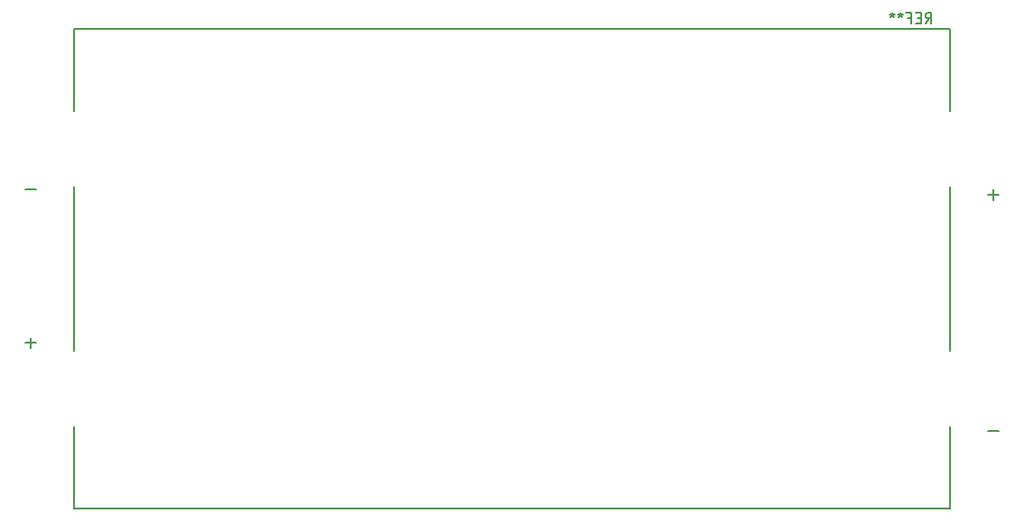
<source format=gbr>
%TF.GenerationSoftware,KiCad,Pcbnew,8.0.0*%
%TF.CreationDate,2025-01-17T03:21:33+02:00*%
%TF.ProjectId,diplomna_2024_bms_pcb_layout,6469706c-6f6d-46e6-915f-323032345f62,rev?*%
%TF.SameCoordinates,Original*%
%TF.FileFunction,Legend,Bot*%
%TF.FilePolarity,Positive*%
%FSLAX46Y46*%
G04 Gerber Fmt 4.6, Leading zero omitted, Abs format (unit mm)*
G04 Created by KiCad (PCBNEW 8.0.0) date 2025-01-17 03:21:33*
%MOMM*%
%LPD*%
G01*
G04 APERTURE LIST*
%ADD10C,0.150000*%
%ADD11C,0.127000*%
G04 APERTURE END LIST*
D10*
X261373333Y-88974819D02*
X261706666Y-88498628D01*
X261944761Y-88974819D02*
X261944761Y-87974819D01*
X261944761Y-87974819D02*
X261563809Y-87974819D01*
X261563809Y-87974819D02*
X261468571Y-88022438D01*
X261468571Y-88022438D02*
X261420952Y-88070057D01*
X261420952Y-88070057D02*
X261373333Y-88165295D01*
X261373333Y-88165295D02*
X261373333Y-88308152D01*
X261373333Y-88308152D02*
X261420952Y-88403390D01*
X261420952Y-88403390D02*
X261468571Y-88451009D01*
X261468571Y-88451009D02*
X261563809Y-88498628D01*
X261563809Y-88498628D02*
X261944761Y-88498628D01*
X260944761Y-88451009D02*
X260611428Y-88451009D01*
X260468571Y-88974819D02*
X260944761Y-88974819D01*
X260944761Y-88974819D02*
X260944761Y-87974819D01*
X260944761Y-87974819D02*
X260468571Y-87974819D01*
X259706666Y-88451009D02*
X260039999Y-88451009D01*
X260039999Y-88974819D02*
X260039999Y-87974819D01*
X260039999Y-87974819D02*
X259563809Y-87974819D01*
X259039999Y-87974819D02*
X259039999Y-88212914D01*
X259278094Y-88117676D02*
X259039999Y-88212914D01*
X259039999Y-88212914D02*
X258801904Y-88117676D01*
X259182856Y-88403390D02*
X259039999Y-88212914D01*
X259039999Y-88212914D02*
X258897142Y-88403390D01*
X258278094Y-87974819D02*
X258278094Y-88212914D01*
X258516189Y-88117676D02*
X258278094Y-88212914D01*
X258278094Y-88212914D02*
X258039999Y-88117676D01*
X258420951Y-88403390D02*
X258278094Y-88212914D01*
X258278094Y-88212914D02*
X258135237Y-88403390D01*
D11*
%TO.C,REF\u002A\u002A*%
X176890000Y-104540000D02*
X177890000Y-104540000D01*
X176890000Y-118990000D02*
X177890000Y-118990000D01*
X177390000Y-119490000D02*
X177390000Y-118490000D01*
X181477800Y-89460000D02*
X263672200Y-89460000D01*
X181477800Y-97190000D02*
X181477800Y-89460000D01*
X181477800Y-119740000D02*
X181477800Y-104290000D01*
X181477800Y-134570000D02*
X181477800Y-126840000D01*
X263672200Y-89460000D02*
X263672200Y-97190000D01*
X263672200Y-104290000D02*
X263672200Y-119740000D01*
X263672200Y-126840000D02*
X263672200Y-134570000D01*
X263672200Y-134570000D02*
X181477800Y-134570000D01*
X267260000Y-105040000D02*
X268260000Y-105040000D01*
X267260000Y-127240000D02*
X268260000Y-127240000D01*
X267760000Y-105540000D02*
X267760000Y-104540000D01*
%TD*%
M02*

</source>
